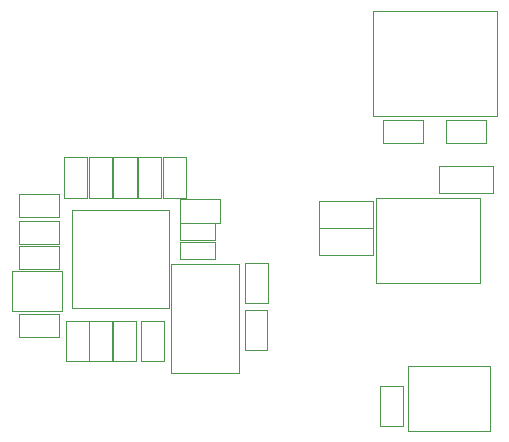
<source format=gbr>
%TF.GenerationSoftware,KiCad,Pcbnew,(6.0.8)*%
%TF.CreationDate,2022-10-11T12:28:16+11:00*%
%TF.ProjectId,PicoGamePad_V3_0_0_A,5069636f-4761-46d6-9550-61645f56335f,4.0.0 (Rev A)*%
%TF.SameCoordinates,Original*%
%TF.FileFunction,Other,User*%
%FSLAX46Y46*%
G04 Gerber Fmt 4.6, Leading zero omitted, Abs format (unit mm)*
G04 Created by KiCad (PCBNEW (6.0.8)) date 2022-10-11 12:28:16*
%MOMM*%
%LPD*%
G01*
G04 APERTURE LIST*
%ADD10C,0.050000*%
G04 APERTURE END LIST*
D10*
%TO.C,R3*%
X133030000Y-73520000D02*
X130070000Y-73520000D01*
X130070000Y-73520000D02*
X130070000Y-74980000D01*
X130070000Y-74980000D02*
X133030000Y-74980000D01*
X133030000Y-74980000D02*
X133030000Y-73520000D01*
%TO.C,U1*%
X155450000Y-69850000D02*
X155450000Y-77050000D01*
X146650000Y-77050000D02*
X146650000Y-69850000D01*
X146650000Y-69850000D02*
X155450000Y-69850000D01*
X155450000Y-77050000D02*
X146650000Y-77050000D01*
%TO.C,R2*%
X130070000Y-73380000D02*
X133030000Y-73380000D01*
X133030000Y-73380000D02*
X133030000Y-71920000D01*
X130070000Y-71920000D02*
X130070000Y-73380000D01*
X133030000Y-71920000D02*
X130070000Y-71920000D01*
%TO.C,C7*%
X135520000Y-75300000D02*
X135520000Y-78700000D01*
X135520000Y-78700000D02*
X137480000Y-78700000D01*
X137480000Y-75300000D02*
X135520000Y-75300000D01*
X137480000Y-78700000D02*
X137480000Y-75300000D01*
%TO.C,U3*%
X129300001Y-84682167D02*
X129300001Y-75382167D01*
X135020001Y-75382167D02*
X135020001Y-84682167D01*
X129300001Y-75382167D02*
X135020001Y-75382167D01*
X135020001Y-84682167D02*
X129300001Y-84682167D01*
%TO.C,C14*%
X122360188Y-83632082D02*
X124320188Y-83632082D01*
X124320188Y-80232082D02*
X122360188Y-80232082D01*
X124320188Y-83632082D02*
X124320188Y-80232082D01*
X122360188Y-80232082D02*
X122360188Y-83632082D01*
%TO.C,C18*%
X124340087Y-83632082D02*
X126300087Y-83632082D01*
X126300087Y-80232082D02*
X124340087Y-80232082D01*
X124340087Y-80232082D02*
X124340087Y-83632082D01*
X126300087Y-83632082D02*
X126300087Y-80232082D01*
%TO.C,LED1*%
X149375000Y-89575000D02*
X149375000Y-84075000D01*
X156275000Y-89575000D02*
X149375000Y-89575000D01*
X156275000Y-84075000D02*
X156275000Y-89575000D01*
X149375000Y-84075000D02*
X156275000Y-84075000D01*
%TO.C,C11*%
X122320000Y-69800000D02*
X124280000Y-69800000D01*
X124280000Y-66400000D02*
X122320000Y-66400000D01*
X122320000Y-66400000D02*
X122320000Y-69800000D01*
X124280000Y-69800000D02*
X124280000Y-66400000D01*
%TO.C,C15*%
X122180000Y-69800000D02*
X122180000Y-66400000D01*
X122180000Y-66400000D02*
X120220000Y-66400000D01*
X120220000Y-69800000D02*
X122180000Y-69800000D01*
X120220000Y-66400000D02*
X120220000Y-69800000D01*
%TO.C,C6*%
X119800000Y-73860000D02*
X116400000Y-73860000D01*
X119800000Y-75820000D02*
X119800000Y-73860000D01*
X116400000Y-75820000D02*
X119800000Y-75820000D01*
X116400000Y-73860000D02*
X116400000Y-75820000D01*
%TO.C,Y1*%
X120066177Y-75989441D02*
X120066177Y-79389441D01*
X120066177Y-79389441D02*
X115866177Y-79389441D01*
X115866177Y-75989441D02*
X120066177Y-75989441D01*
X115866177Y-79389441D02*
X115866177Y-75989441D01*
%TO.C,C5*%
X116400000Y-79620000D02*
X116400000Y-81580000D01*
X119800000Y-79620000D02*
X116400000Y-79620000D01*
X116400000Y-81580000D02*
X119800000Y-81580000D01*
X119800000Y-81580000D02*
X119800000Y-79620000D01*
%TO.C,C9*%
X130060003Y-69952167D02*
X130060003Y-71912167D01*
X133460003Y-69952167D02*
X130060003Y-69952167D01*
X130060003Y-71912167D02*
X133460003Y-71912167D01*
X133460003Y-71912167D02*
X133460003Y-69952167D01*
%TO.C,R6*%
X137450000Y-82680000D02*
X137450000Y-79320000D01*
X137450000Y-79320000D02*
X135550000Y-79320000D01*
X135550000Y-82680000D02*
X137450000Y-82680000D01*
X135550000Y-79320000D02*
X135550000Y-82680000D01*
%TO.C,C3*%
X146400000Y-72400000D02*
X141800000Y-72400000D01*
X141800000Y-72400000D02*
X141800000Y-74700000D01*
X141800000Y-74700000D02*
X146400000Y-74700000D01*
X146400000Y-74700000D02*
X146400000Y-72400000D01*
%TO.C,C2*%
X141800000Y-70100000D02*
X141800000Y-72400000D01*
X146400000Y-72400000D02*
X146400000Y-70100000D01*
X141800000Y-72400000D02*
X146400000Y-72400000D01*
X146400000Y-70100000D02*
X141800000Y-70100000D01*
%TO.C,R5*%
X147245000Y-63250000D02*
X147245000Y-65150000D01*
X150605000Y-65150000D02*
X150605000Y-63250000D01*
X147245000Y-65150000D02*
X150605000Y-65150000D01*
X150605000Y-63250000D02*
X147245000Y-63250000D01*
%TO.C,C17*%
X119807598Y-71456952D02*
X119807598Y-69496952D01*
X119807598Y-69496952D02*
X116407598Y-69496952D01*
X116407598Y-69496952D02*
X116407598Y-71456952D01*
X116407598Y-71456952D02*
X119807598Y-71456952D01*
%TO.C,C1*%
X148970000Y-85750000D02*
X147010000Y-85750000D01*
X148970000Y-89150000D02*
X148970000Y-85750000D01*
X147010000Y-85750000D02*
X147010000Y-89150000D01*
X147010000Y-89150000D02*
X148970000Y-89150000D01*
%TO.C,C10*%
X119807598Y-73719694D02*
X119807598Y-71759694D01*
X116407598Y-73719694D02*
X119807598Y-73719694D01*
X119807598Y-71759694D02*
X116407598Y-71759694D01*
X116407598Y-71759694D02*
X116407598Y-73719694D01*
%TO.C,U4*%
X120880000Y-70880000D02*
X129120000Y-70880000D01*
X129120000Y-70880000D02*
X129120000Y-79120000D01*
X120880000Y-79120000D02*
X120880000Y-70880000D01*
X129120000Y-79120000D02*
X120880000Y-79120000D01*
%TO.C,J1*%
X156895000Y-62890000D02*
X146355000Y-62890000D01*
X156895000Y-53960000D02*
X156895000Y-62890000D01*
X146355000Y-62890000D02*
X146355000Y-53960000D01*
X146355000Y-53960000D02*
X156895000Y-53960000D01*
%TO.C,F1*%
X152020000Y-67130000D02*
X152020000Y-69370000D01*
X152020000Y-69370000D02*
X156580000Y-69370000D01*
X156580000Y-69370000D02*
X156580000Y-67130000D01*
X156580000Y-67130000D02*
X152020000Y-67130000D01*
%TO.C,R1*%
X155970000Y-63250000D02*
X152610000Y-63250000D01*
X152610000Y-63250000D02*
X152610000Y-65150000D01*
X155970000Y-65150000D02*
X155970000Y-63250000D01*
X152610000Y-65150000D02*
X155970000Y-65150000D01*
%TO.C,C12*%
X126380000Y-66400000D02*
X124420000Y-66400000D01*
X126380000Y-69800000D02*
X126380000Y-66400000D01*
X124420000Y-69800000D02*
X126380000Y-69800000D01*
X124420000Y-66400000D02*
X124420000Y-69800000D01*
%TO.C,C13*%
X126780003Y-80229685D02*
X126780003Y-83629685D01*
X128740003Y-80229685D02*
X126780003Y-80229685D01*
X126780003Y-83629685D02*
X128740003Y-83629685D01*
X128740003Y-83629685D02*
X128740003Y-80229685D01*
%TO.C,C16*%
X120380289Y-83632082D02*
X122340289Y-83632082D01*
X120380289Y-80232082D02*
X120380289Y-83632082D01*
X122340289Y-83632082D02*
X122340289Y-80232082D01*
X122340289Y-80232082D02*
X120380289Y-80232082D01*
%TO.C,C4*%
X128480000Y-66400000D02*
X126520000Y-66400000D01*
X128480000Y-69800000D02*
X128480000Y-66400000D01*
X126520000Y-66400000D02*
X126520000Y-69800000D01*
X126520000Y-69800000D02*
X128480000Y-69800000D01*
%TO.C,C8*%
X128620000Y-66400000D02*
X128620000Y-69800000D01*
X130580000Y-69800000D02*
X130580000Y-66400000D01*
X128620000Y-69800000D02*
X130580000Y-69800000D01*
X130580000Y-66400000D02*
X128620000Y-66400000D01*
%TD*%
M02*

</source>
